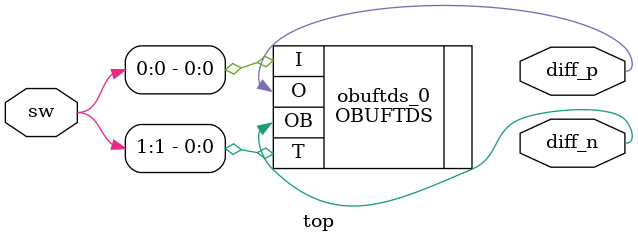
<source format=v>


`default_nettype none

module top (
    input wire [1:0] sw,

    output wire  diff_p,
    output wire  diff_n
);

OBUFTDS # (
    .IOSTANDARD("DIFF_SSTL135"),
    .SLEW("FAST")
) obuftds_0 (
    .I(sw[0]),
    .O(diff_p),  // LED2
    .OB(diff_n), // LED3
    .T(sw[1])
);

endmodule


</source>
